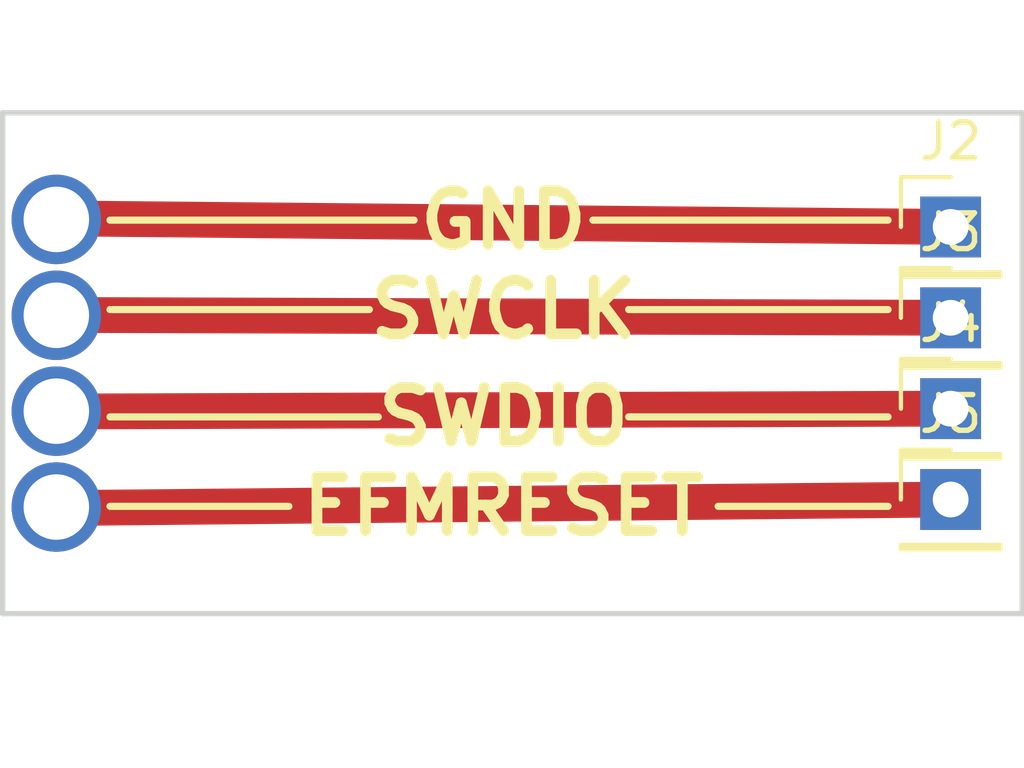
<source format=kicad_pcb>
(kicad_pcb (version 20160815) (host pcbnew "(2016-12-18 revision 3ffa37c)-master")

  (general
    (links 4)
    (no_connects 0)
    (area 73.424999 45.095 108.227381 68.63375)
    (thickness 1.6)
    (drawings 17)
    (tracks 4)
    (zones 0)
    (modules 8)
    (nets 5)
  )

  (page A4)
  (layers
    (0 F.Cu signal)
    (31 B.Cu signal)
    (32 B.Adhes user)
    (33 F.Adhes user)
    (34 B.Paste user)
    (35 F.Paste user)
    (36 B.SilkS user)
    (37 F.SilkS user)
    (38 B.Mask user)
    (39 F.Mask user)
    (40 Dwgs.User user)
    (41 Cmts.User user)
    (42 Eco1.User user)
    (43 Eco2.User user)
    (44 Edge.Cuts user)
    (45 Margin user)
    (46 B.CrtYd user)
    (47 F.CrtYd user)
    (48 B.Fab user)
    (49 F.Fab user)
  )

  (setup
    (last_trace_width 0.25)
    (trace_clearance 0.2)
    (zone_clearance 0.508)
    (zone_45_only no)
    (trace_min 0.2)
    (segment_width 0.2)
    (edge_width 0.15)
    (via_size 0.8)
    (via_drill 0.4)
    (via_min_size 0.4)
    (via_min_drill 0.3)
    (uvia_size 0.3)
    (uvia_drill 0.1)
    (uvias_allowed no)
    (uvia_min_size 0.2)
    (uvia_min_drill 0.1)
    (pcb_text_width 0.3)
    (pcb_text_size 1.5 1.5)
    (mod_edge_width 0.15)
    (mod_text_size 1 1)
    (mod_text_width 0.15)
    (pad_size 2.5 2.5)
    (pad_drill 1.83)
    (pad_to_mask_clearance 0.2)
    (aux_axis_origin 0 0)
    (visible_elements FFFFFF7F)
    (pcbplotparams
      (layerselection 0x00030_ffffffff)
      (usegerberextensions false)
      (excludeedgelayer true)
      (linewidth 0.100000)
      (plotframeref false)
      (viasonmask false)
      (mode 1)
      (useauxorigin false)
      (hpglpennumber 1)
      (hpglpenspeed 20)
      (hpglpendiameter 15)
      (psnegative false)
      (psa4output false)
      (plotreference true)
      (plotvalue true)
      (plotinvisibletext false)
      (padsonsilk false)
      (subtractmaskfromsilk false)
      (outputformat 1)
      (mirror false)
      (drillshape 1)
      (scaleselection 1)
      (outputdirectory ""))
  )

  (net 0 "")
  (net 1 "Net-(J2-Pad1)")
  (net 2 "Net-(J3-Pad1)")
  (net 3 "Net-(J4-Pad1)")
  (net 4 "Net-(J10-Pad1)")

  (net_class Default "This is the default net class."
    (clearance 0.2)
    (trace_width 0.25)
    (via_dia 0.8)
    (via_drill 0.4)
    (uvia_dia 0.3)
    (uvia_drill 0.1)
    (diff_pair_gap 0.25)
    (diff_pair_width 0.2)
    (add_net "Net-(J10-Pad1)")
    (add_net "Net-(J2-Pad1)")
    (add_net "Net-(J3-Pad1)")
    (add_net "Net-(J4-Pad1)")
  )

  (module Pin_Headers:Pin_Header_Straight_1x01_Pitch2.54mm (layer F.Cu) (tedit 589F2384) (tstamp 589F29E6)
    (at 100 58.81)
    (descr "Through hole straight pin header, 1x01, 2.54mm pitch, single row")
    (tags "Through hole pin header THT 1x01 2.54mm single row")
    (path /589F19C8)
    (fp_text reference J5 (at 0 -2.39) (layer F.SilkS)
      (effects (font (size 1 1) (thickness 0.15)))
    )
    (fp_text value Screw_Terminal_1x01 (at 0 2.39) (layer F.Fab) hide
      (effects (font (size 1 1) (thickness 0.15)))
    )
    (fp_line (start 1.6 -1.6) (end -1.6 -1.6) (layer F.CrtYd) (width 0.05))
    (fp_line (start 1.6 1.6) (end 1.6 -1.6) (layer F.CrtYd) (width 0.05))
    (fp_line (start -1.6 1.6) (end 1.6 1.6) (layer F.CrtYd) (width 0.05))
    (fp_line (start -1.6 -1.6) (end -1.6 1.6) (layer F.CrtYd) (width 0.05))
    (fp_line (start -1.39 -1.39) (end 0 -1.39) (layer F.SilkS) (width 0.12))
    (fp_line (start -1.39 0) (end -1.39 -1.39) (layer F.SilkS) (width 0.12))
    (fp_line (start 1.39 1.27) (end -1.39 1.27) (layer F.SilkS) (width 0.12))
    (fp_line (start 1.39 1.39) (end 1.39 1.27) (layer F.SilkS) (width 0.12))
    (fp_line (start -1.39 1.39) (end 1.39 1.39) (layer F.SilkS) (width 0.12))
    (fp_line (start -1.39 1.27) (end -1.39 1.39) (layer F.SilkS) (width 0.12))
    (fp_line (start 1.27 -1.27) (end -1.27 -1.27) (layer F.Fab) (width 0.1))
    (fp_line (start 1.27 1.27) (end 1.27 -1.27) (layer F.Fab) (width 0.1))
    (fp_line (start -1.27 1.27) (end 1.27 1.27) (layer F.Fab) (width 0.1))
    (fp_line (start -1.27 -1.27) (end -1.27 1.27) (layer F.Fab) (width 0.1))
    (pad 1 thru_hole rect (at 0 0) (size 1.7 1.7) (drill 1) (layers *.Cu *.Mask)
      (net 4 "Net-(J10-Pad1)"))
    (model Pin_Headers.3dshapes/Pin_Header_Straight_1x01_Pitch2.54mm.wrl
      (at (xyz 0 0 0))
      (scale (xyz 1 1 1))
      (rotate (xyz 0 0 90))
    )
  )

  (module Pin_Headers:Pin_Header_Straight_1x01_Pitch2.54mm (layer F.Cu) (tedit 589F2378) (tstamp 589F29D9)
    (at 100 56.27)
    (descr "Through hole straight pin header, 1x01, 2.54mm pitch, single row")
    (tags "Through hole pin header THT 1x01 2.54mm single row")
    (path /589F19A6)
    (fp_text reference J4 (at 0 -2.39) (layer F.SilkS)
      (effects (font (size 1 1) (thickness 0.15)))
    )
    (fp_text value Screw_Terminal_1x01 (at 0 2.39) (layer F.Fab) hide
      (effects (font (size 1 1) (thickness 0.15)))
    )
    (fp_line (start -1.27 -1.27) (end -1.27 1.27) (layer F.Fab) (width 0.1))
    (fp_line (start -1.27 1.27) (end 1.27 1.27) (layer F.Fab) (width 0.1))
    (fp_line (start 1.27 1.27) (end 1.27 -1.27) (layer F.Fab) (width 0.1))
    (fp_line (start 1.27 -1.27) (end -1.27 -1.27) (layer F.Fab) (width 0.1))
    (fp_line (start -1.39 1.27) (end -1.39 1.39) (layer F.SilkS) (width 0.12))
    (fp_line (start -1.39 1.39) (end 1.39 1.39) (layer F.SilkS) (width 0.12))
    (fp_line (start 1.39 1.39) (end 1.39 1.27) (layer F.SilkS) (width 0.12))
    (fp_line (start 1.39 1.27) (end -1.39 1.27) (layer F.SilkS) (width 0.12))
    (fp_line (start -1.39 0) (end -1.39 -1.39) (layer F.SilkS) (width 0.12))
    (fp_line (start -1.39 -1.39) (end 0 -1.39) (layer F.SilkS) (width 0.12))
    (fp_line (start -1.6 -1.6) (end -1.6 1.6) (layer F.CrtYd) (width 0.05))
    (fp_line (start -1.6 1.6) (end 1.6 1.6) (layer F.CrtYd) (width 0.05))
    (fp_line (start 1.6 1.6) (end 1.6 -1.6) (layer F.CrtYd) (width 0.05))
    (fp_line (start 1.6 -1.6) (end -1.6 -1.6) (layer F.CrtYd) (width 0.05))
    (pad 1 thru_hole rect (at 0 0) (size 1.7 1.7) (drill 1) (layers *.Cu *.Mask)
      (net 3 "Net-(J4-Pad1)"))
    (model Pin_Headers.3dshapes/Pin_Header_Straight_1x01_Pitch2.54mm.wrl
      (at (xyz 0 0 0))
      (scale (xyz 1 1 1))
      (rotate (xyz 0 0 90))
    )
  )

  (module Pin_Headers:Pin_Header_Straight_1x01_Pitch2.54mm (layer F.Cu) (tedit 589F2387) (tstamp 589F29CC)
    (at 100 53.73)
    (descr "Through hole straight pin header, 1x01, 2.54mm pitch, single row")
    (tags "Through hole pin header THT 1x01 2.54mm single row")
    (path /589F198A)
    (fp_text reference J3 (at 0 -2.39) (layer F.SilkS)
      (effects (font (size 1 1) (thickness 0.15)))
    )
    (fp_text value Screw_Terminal_1x01 (at 0 2.39) (layer F.Fab) hide
      (effects (font (size 1 1) (thickness 0.15)))
    )
    (fp_line (start 1.6 -1.6) (end -1.6 -1.6) (layer F.CrtYd) (width 0.05))
    (fp_line (start 1.6 1.6) (end 1.6 -1.6) (layer F.CrtYd) (width 0.05))
    (fp_line (start -1.6 1.6) (end 1.6 1.6) (layer F.CrtYd) (width 0.05))
    (fp_line (start -1.6 -1.6) (end -1.6 1.6) (layer F.CrtYd) (width 0.05))
    (fp_line (start -1.39 -1.39) (end 0 -1.39) (layer F.SilkS) (width 0.12))
    (fp_line (start -1.39 0) (end -1.39 -1.39) (layer F.SilkS) (width 0.12))
    (fp_line (start 1.39 1.27) (end -1.39 1.27) (layer F.SilkS) (width 0.12))
    (fp_line (start 1.39 1.39) (end 1.39 1.27) (layer F.SilkS) (width 0.12))
    (fp_line (start -1.39 1.39) (end 1.39 1.39) (layer F.SilkS) (width 0.12))
    (fp_line (start -1.39 1.27) (end -1.39 1.39) (layer F.SilkS) (width 0.12))
    (fp_line (start 1.27 -1.27) (end -1.27 -1.27) (layer F.Fab) (width 0.1))
    (fp_line (start 1.27 1.27) (end 1.27 -1.27) (layer F.Fab) (width 0.1))
    (fp_line (start -1.27 1.27) (end 1.27 1.27) (layer F.Fab) (width 0.1))
    (fp_line (start -1.27 -1.27) (end -1.27 1.27) (layer F.Fab) (width 0.1))
    (pad 1 thru_hole rect (at 0 0) (size 1.7 1.7) (drill 1) (layers *.Cu *.Mask)
      (net 2 "Net-(J3-Pad1)"))
    (model Pin_Headers.3dshapes/Pin_Header_Straight_1x01_Pitch2.54mm.wrl
      (at (xyz 0 0 0))
      (scale (xyz 1 1 1))
      (rotate (xyz 0 0 90))
    )
  )

  (module Pin_Headers:Pin_Header_Straight_1x01_Pitch2.54mm (layer F.Cu) (tedit 589F2375) (tstamp 589F29BF)
    (at 100 51.19)
    (descr "Through hole straight pin header, 1x01, 2.54mm pitch, single row")
    (tags "Through hole pin header THT 1x01 2.54mm single row")
    (path /589F196F)
    (fp_text reference J2 (at 0 -2.39) (layer F.SilkS)
      (effects (font (size 1 1) (thickness 0.15)))
    )
    (fp_text value Screw_Terminal_1x01 (at 0 2.39) (layer F.Fab) hide
      (effects (font (size 1 1) (thickness 0.15)))
    )
    (fp_line (start -1.27 -1.27) (end -1.27 1.27) (layer F.Fab) (width 0.1))
    (fp_line (start -1.27 1.27) (end 1.27 1.27) (layer F.Fab) (width 0.1))
    (fp_line (start 1.27 1.27) (end 1.27 -1.27) (layer F.Fab) (width 0.1))
    (fp_line (start 1.27 -1.27) (end -1.27 -1.27) (layer F.Fab) (width 0.1))
    (fp_line (start -1.39 1.27) (end -1.39 1.39) (layer F.SilkS) (width 0.12))
    (fp_line (start -1.39 1.39) (end 1.39 1.39) (layer F.SilkS) (width 0.12))
    (fp_line (start 1.39 1.39) (end 1.39 1.27) (layer F.SilkS) (width 0.12))
    (fp_line (start 1.39 1.27) (end -1.39 1.27) (layer F.SilkS) (width 0.12))
    (fp_line (start -1.39 0) (end -1.39 -1.39) (layer F.SilkS) (width 0.12))
    (fp_line (start -1.39 -1.39) (end 0 -1.39) (layer F.SilkS) (width 0.12))
    (fp_line (start -1.6 -1.6) (end -1.6 1.6) (layer F.CrtYd) (width 0.05))
    (fp_line (start -1.6 1.6) (end 1.6 1.6) (layer F.CrtYd) (width 0.05))
    (fp_line (start 1.6 1.6) (end 1.6 -1.6) (layer F.CrtYd) (width 0.05))
    (fp_line (start 1.6 -1.6) (end -1.6 -1.6) (layer F.CrtYd) (width 0.05))
    (pad 1 thru_hole rect (at 0 0) (size 1.7 1.7) (drill 1) (layers *.Cu *.Mask)
      (net 1 "Net-(J2-Pad1)"))
    (model Pin_Headers.3dshapes/Pin_Header_Straight_1x01_Pitch2.54mm.wrl
      (at (xyz 0 0 0))
      (scale (xyz 1 1 1))
      (rotate (xyz 0 0 90))
    )
  )

  (module newlightmeter:POGOHOLDER (layer F.Cu) (tedit 58B7119D) (tstamp 589F29A5)
    (at 91.98 66.07)
    (path /589F1E68)
    (fp_text reference J10 (at 0.21 1.88) (layer F.SilkS) hide
      (effects (font (size 0.5 0.5) (thickness 0.125)))
    )
    (fp_text value Screw_Terminal_1x01 (at 0.08 -1.93) (layer F.Fab) hide
      (effects (font (size 0.5 0.5) (thickness 0.125)))
    )
    (pad 1 thru_hole circle (at -16.98 -7.05) (size 2.5 2.5) (drill 1.83) (layers *.Cu *.Mask)
      (net 4 "Net-(J10-Pad1)") (solder_mask_margin 0.05))
  )

  (module newlightmeter:POGOHOLDER (layer F.Cu) (tedit 58B71195) (tstamp 589F2998)
    (at 91.56 61.63)
    (path /589F1E2E)
    (fp_text reference J9 (at 0.21 1.88) (layer F.SilkS) hide
      (effects (font (size 0.5 0.5) (thickness 0.125)))
    )
    (fp_text value Screw_Terminal_1x01 (at 0.08 -1.93) (layer F.Fab) hide
      (effects (font (size 0.5 0.5) (thickness 0.125)))
    )
    (pad 1 thru_hole circle (at -16.56 -5.29) (size 2.5 2.5) (drill 1.83) (layers *.Cu *.Mask)
      (net 3 "Net-(J4-Pad1)") (solder_mask_margin 0.05))
  )

  (module newlightmeter:POGOHOLDER (layer F.Cu) (tedit 58B711C7) (tstamp 589F298B)
    (at 91.63 57.82)
    (path /589F1DD1)
    (fp_text reference J8 (at 0.21 1.88) (layer F.SilkS) hide
      (effects (font (size 0.5 0.5) (thickness 0.125)))
    )
    (fp_text value Screw_Terminal_1x01 (at 0.08 -1.93) (layer F.Fab) hide
      (effects (font (size 0.5 0.5) (thickness 0.125)))
    )
    (pad 1 thru_hole circle (at -16.63 -4.16) (size 2.5 2.5) (drill 1.83) (layers *.Cu *.Mask)
      (net 2 "Net-(J3-Pad1)") (solder_mask_margin 0.05))
  )

  (module newlightmeter:POGOHOLDER (layer F.Cu) (tedit 58B711AA) (tstamp 589F297E)
    (at 91.65 52.4)
    (path /589F1D9D)
    (fp_text reference J7 (at 0.21 1.88) (layer F.SilkS) hide
      (effects (font (size 0.5 0.5) (thickness 0.125)))
    )
    (fp_text value Screw_Terminal_1x01 (at 0.08 -1.93) (layer F.Fab) hide
      (effects (font (size 0.5 0.5) (thickness 0.125)))
    )
    (pad 1 thru_hole circle (at -16.65 -1.42) (size 2.5 2.5) (drill 1.83) (layers *.Cu *.Mask)
      (net 1 "Net-(J2-Pad1)") (solder_mask_margin 0.05))
  )

  (gr_line (start 98.25 59) (end 93.5 59) (layer F.SilkS) (width 0.2))
  (gr_line (start 76.5 59) (end 81.5 59) (layer F.SilkS) (width 0.2))
  (gr_line (start 91 56.5) (end 98.25 56.5) (layer F.SilkS) (width 0.2))
  (gr_line (start 76.5 56.5) (end 84 56.5) (layer F.SilkS) (width 0.2))
  (gr_line (start 98.25 53.5) (end 91 53.5) (layer F.SilkS) (width 0.2))
  (gr_line (start 76.5 53.5) (end 83.75 53.5) (layer F.SilkS) (width 0.2))
  (gr_line (start 98.25 51) (end 90 51) (layer F.SilkS) (width 0.2))
  (gr_line (start 76.5 51) (end 85 51) (layer F.SilkS) (width 0.2))
  (gr_text "Pogo sep = 2.68mm" (at 86 46.25) (layer Dwgs.User)
    (effects (font (size 1.5 1.5) (thickness 0.3)))
  )
  (gr_text EFMRESET (at 87.5 59) (layer F.SilkS) (tstamp 589F2C0A)
    (effects (font (size 1.5 1.5) (thickness 0.3)))
  )
  (gr_text SWDIO (at 87.5 56.5) (layer F.SilkS) (tstamp 589F2C09)
    (effects (font (size 1.5 1.5) (thickness 0.3)))
  )
  (gr_text SWCLK (at 87.5 53.5) (layer F.SilkS) (tstamp 589F2C08)
    (effects (font (size 1.5 1.5) (thickness 0.3)))
  )
  (gr_text GND (at 87.5 51) (layer F.SilkS)
    (effects (font (size 1.5 1.5) (thickness 0.3)))
  )
  (gr_line (start 73.5 62) (end 73.5 48) (layer Edge.Cuts) (width 0.15))
  (gr_line (start 102 62) (end 73.5 62) (layer Edge.Cuts) (width 0.15))
  (gr_line (start 102 48) (end 102 62) (layer Edge.Cuts) (width 0.15))
  (gr_line (start 73.5 48) (end 102 48) (layer Edge.Cuts) (width 0.15))

  (segment (start 75 50.95) (end 100 51.19) (width 1) (layer F.Cu) (net 1))
  (segment (start 75 53.65) (end 100 53.73) (width 1) (layer F.Cu) (net 2))
  (segment (start 75 56.35) (end 100 56.27) (width 1) (layer F.Cu) (net 3))
  (segment (start 75 59.05) (end 100 58.81) (width 1) (layer F.Cu) (net 4))

)

</source>
